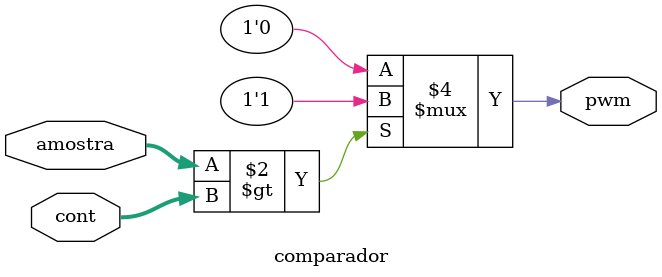
<source format=v>
module comparador(
    input [11:0] amostra,
    input [11:0] cont,
    output reg pwm
    );

always @(*) begin
    if(amostra > cont) pwm = 1;
    else pwm = 0;
end

endmodule

</source>
